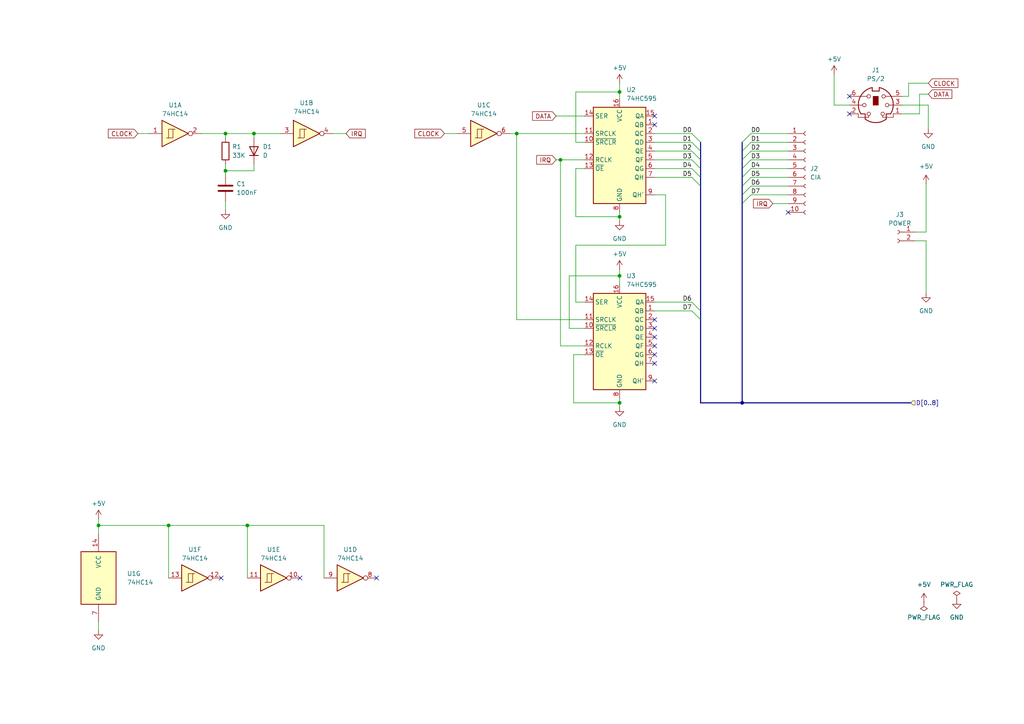
<source format=kicad_sch>
(kicad_sch (version 20230121) (generator eeschema)
  (paper "A4")
  (lib_symbols
    (symbol "74xx:74HC14" (pin_names (offset 1.016))
      (property "Reference" "U" (at 0 1.27 0))
      (property "Value" "74HC14" (at 0 -1.27 0))
      (symbol "74HC14_1_0"
        (polyline (pts (xy -3.81 3.81) (xy -3.81 -3.81) (xy 3.81 0) (xy -3.81 3.81)) (stroke (width 0.254)) (fill (type background)))
        (pin input line (at -7.62 0 0) (length 3.81) (name "~") (number "1"))
        (pin output inverted (at 7.62 0 180) (length 3.81) (name "~") (number "2"))
      )
      (symbol "74HC14_1_1"
        (polyline (pts (xy -1.905 -1.27) (xy -1.905 1.27) (xy -0.635 1.27)))
        (polyline (pts (xy -2.54 -1.27) (xy -0.635 -1.27) (xy -0.635 1.27) (xy 0 1.27)))
      )
      (symbol "74HC14_2_0"
        (polyline (pts (xy -3.81 3.81) (xy -3.81 -3.81) (xy 3.81 0) (xy -3.81 3.81)) (stroke (width 0.254)) (fill (type background)))
        (pin input line (at -7.62 0 0) (length 3.81) (name "~") (number "3"))
        (pin output inverted (at 7.62 0 180) (length 3.81) (name "~") (number "4"))
      )
      (symbol "74HC14_2_1"
        (polyline (pts (xy -1.905 -1.27) (xy -1.905 1.27) (xy -0.635 1.27)))
        (polyline (pts (xy -2.54 -1.27) (xy -0.635 -1.27) (xy -0.635 1.27) (xy 0 1.27)))
      )
      (symbol "74HC14_3_0"
        (polyline (pts (xy -3.81 3.81) (xy -3.81 -3.81) (xy 3.81 0) (xy -3.81 3.81)) (stroke (width 0.254)) (fill (type background)))
        (pin input line (at -7.62 0 0) (length 3.81) (name "~") (number "5"))
        (pin output inverted (at 7.62 0 180) (length 3.81) (name "~") (number "6"))
      )
      (symbol "74HC14_3_1"
        (polyline (pts (xy -1.905 -1.27) (xy -1.905 1.27) (xy -0.635 1.27)))
        (polyline (pts (xy -2.54 -1.27) (xy -0.635 -1.27) (xy -0.635 1.27) (xy 0 1.27)))
      )
      (symbol "74HC14_4_0"
        (polyline (pts (xy -3.81 3.81) (xy -3.81 -3.81) (xy 3.81 0) (xy -3.81 3.81)) (stroke (width 0.254)) (fill (type background)))
        (pin output inverted (at 7.62 0 180) (length 3.81) (name "~") (number "8"))
        (pin input line (at -7.62 0 0) (length 3.81) (name "~") (number "9"))
      )
      (symbol "74HC14_4_1"
        (polyline (pts (xy -1.905 -1.27) (xy -1.905 1.27) (xy -0.635 1.27)))
        (polyline (pts (xy -2.54 -1.27) (xy -0.635 -1.27) (xy -0.635 1.27) (xy 0 1.27)))
      )
      (symbol "74HC14_5_0"
        (polyline (pts (xy -3.81 3.81) (xy -3.81 -3.81) (xy 3.81 0) (xy -3.81 3.81)) (stroke (width 0.254)) (fill (type background)))
        (pin output inverted (at 7.62 0 180) (length 3.81) (name "~") (number "10"))
        (pin input line (at -7.62 0 0) (length 3.81) (name "~") (number "11"))
      )
      (symbol "74HC14_5_1"
        (polyline (pts (xy -1.905 -1.27) (xy -1.905 1.27) (xy -0.635 1.27)))
        (polyline (pts (xy -2.54 -1.27) (xy -0.635 -1.27) (xy -0.635 1.27) (xy 0 1.27)))
      )
      (symbol "74HC14_6_0"
        (polyline (pts (xy -3.81 3.81) (xy -3.81 -3.81) (xy 3.81 0) (xy -3.81 3.81)) (stroke (width 0.254)) (fill (type background)))
        (pin output inverted (at 7.62 0 180) (length 3.81) (name "~") (number "12"))
        (pin input line (at -7.62 0 0) (length 3.81) (name "~") (number "13"))
      )
      (symbol "74HC14_6_1"
        (polyline (pts (xy -1.905 -1.27) (xy -1.905 1.27) (xy -0.635 1.27)))
        (polyline (pts (xy -2.54 -1.27) (xy -0.635 -1.27) (xy -0.635 1.27) (xy 0 1.27)))
      )
      (symbol "74HC14_7_0"
        (pin power_in line (at 0 12.7 270) (length 5.08) (name "VCC") (number "14"))
        (pin power_in line (at 0 -12.7 90) (length 5.08) (name "GND") (number "7"))
      )
      (symbol "74HC14_7_1"
        (rectangle (start -5.08 7.62) (end 5.08 -7.62) (stroke (width 0.254)) (fill (type background)))
      )
    )
    (symbol "74xx:74HC595"
      (property "Reference" "U" (at -7.62 13.97 0))
      (property "Value" "74HC595" (at -7.62 -16.51 0))
      (symbol "74HC595_1_0"
        (pin tri_state line (at 10.16 7.62 180) (length 2.54) (name "QB") (number "1"))
        (pin input line (at -10.16 2.54 0) (length 2.54) (name "~{SRCLR}") (number "10"))
        (pin input line (at -10.16 5.08 0) (length 2.54) (name "SRCLK") (number "11"))
        (pin input line (at -10.16 -2.54 0) (length 2.54) (name "RCLK") (number "12"))
        (pin input line (at -10.16 -5.08 0) (length 2.54) (name "~{OE}") (number "13"))
        (pin input line (at -10.16 10.16 0) (length 2.54) (name "SER") (number "14"))
        (pin tri_state line (at 10.16 10.16 180) (length 2.54) (name "QA") (number "15"))
        (pin power_in line (at 0 15.24 270) (length 2.54) (name "VCC") (number "16"))
        (pin tri_state line (at 10.16 5.08 180) (length 2.54) (name "QC") (number "2"))
        (pin tri_state line (at 10.16 2.54 180) (length 2.54) (name "QD") (number "3"))
        (pin tri_state line (at 10.16 0 180) (length 2.54) (name "QE") (number "4"))
        (pin tri_state line (at 10.16 -2.54 180) (length 2.54) (name "QF") (number "5"))
        (pin tri_state line (at 10.16 -5.08 180) (length 2.54) (name "QG") (number "6"))
        (pin tri_state line (at 10.16 -7.62 180) (length 2.54) (name "QH") (number "7"))
        (pin power_in line (at 0 -17.78 90) (length 2.54) (name "GND") (number "8"))
        (pin output line (at 10.16 -12.7 180) (length 2.54) (name "QH'") (number "9"))
      )
      (symbol "74HC595_1_1"
        (rectangle (start -7.62 12.7) (end 7.62 -15.24) (stroke (width 0.254)) (fill (type background)))
      )
    )
    (symbol "Connector:Conn_01x02_Socket" (pin_names (offset 1.016) hide)
      (property "Reference" "J" (at 0 2.54 0))
      (property "Value" "Conn_01x02_Socket" (at 0 -5.08 0))
      (symbol "Conn_01x02_Socket_1_1"
        (arc (start 0 -2.032) (mid -0.5058 -2.54) (end 0 -3.048) (stroke (width 0.1524)))
        (polyline (pts (xy -1.27 -2.54) (xy -0.508 -2.54)) (stroke (width 0.1524)))
        (polyline (pts (xy -1.27 0) (xy -0.508 0)) (stroke (width 0.1524)))
        (arc (start 0 0.508) (mid -0.5058 0) (end 0 -0.508) (stroke (width 0.1524)))
        (pin passive line (at -5.08 0 0) (length 3.81) (name "Pin_1") (number "1"))
        (pin passive line (at -5.08 -2.54 0) (length 3.81) (name "Pin_2") (number "2"))
      )
    )
    (symbol "Connector:Conn_01x10_Socket" (pin_names (offset 1.016) hide)
      (property "Reference" "J" (at 0 12.7 0))
      (property "Value" "Conn_01x10_Socket" (at 0 -15.24 0))
      (symbol "Conn_01x10_Socket_1_1"
        (arc (start 0 -12.192) (mid -0.5058 -12.7) (end 0 -13.208) (stroke (width 0.1524)))
        (arc (start 0 -9.652) (mid -0.5058 -10.16) (end 0 -10.668) (stroke (width 0.1524)))
        (arc (start 0 -7.112) (mid -0.5058 -7.62) (end 0 -8.128) (stroke (width 0.1524)))
        (arc (start 0 -4.572) (mid -0.5058 -5.08) (end 0 -5.588) (stroke (width 0.1524)))
        (arc (start 0 -2.032) (mid -0.5058 -2.54) (end 0 -3.048) (stroke (width 0.1524)))
        (polyline (pts (xy -1.27 -12.7) (xy -0.508 -12.7)) (stroke (width 0.1524)))
        (polyline (pts (xy -1.27 -10.16) (xy -0.508 -10.16)) (stroke (width 0.1524)))
        (polyline (pts (xy -1.27 -7.62) (xy -0.508 -7.62)) (stroke (width 0.1524)))
        (polyline (pts (xy -1.27 -5.08) (xy -0.508 -5.08)) (stroke (width 0.1524)))
        (polyline (pts (xy -1.27 -2.54) (xy -0.508 -2.54)) (stroke (width 0.1524)))
        (polyline (pts (xy -1.27 0) (xy -0.508 0)) (stroke (width 0.1524)))
        (polyline (pts (xy -1.27 2.54) (xy -0.508 2.54)) (stroke (width 0.1524)))
        (polyline (pts (xy -1.27 5.08) (xy -0.508 5.08)) (stroke (width 0.1524)))
        (polyline (pts (xy -1.27 7.62) (xy -0.508 7.62)) (stroke (width 0.1524)))
        (polyline (pts (xy -1.27 10.16) (xy -0.508 10.16)) (stroke (width 0.1524)))
        (arc (start 0 0.508) (mid -0.5058 0) (end 0 -0.508) (stroke (width 0.1524)))
        (arc (start 0 3.048) (mid -0.5058 2.54) (end 0 2.032) (stroke (width 0.1524)))
        (arc (start 0 5.588) (mid -0.5058 5.08) (end 0 4.572) (stroke (width 0.1524)))
        (arc (start 0 8.128) (mid -0.5058 7.62) (end 0 7.112) (stroke (width 0.1524)))
        (arc (start 0 10.668) (mid -0.5058 10.16) (end 0 9.652) (stroke (width 0.1524)))
        (pin passive line (at -5.08 10.16 0) (length 3.81) (name "Pin_1") (number "1"))
        (pin passive line (at -5.08 -12.7 0) (length 3.81) (name "Pin_10") (number "10"))
        (pin passive line (at -5.08 7.62 0) (length 3.81) (name "Pin_2") (number "2"))
        (pin passive line (at -5.08 5.08 0) (length 3.81) (name "Pin_3") (number "3"))
        (pin passive line (at -5.08 2.54 0) (length 3.81) (name "Pin_4") (number "4"))
        (pin passive line (at -5.08 0 0) (length 3.81) (name "Pin_5") (number "5"))
        (pin passive line (at -5.08 -2.54 0) (length 3.81) (name "Pin_6") (number "6"))
        (pin passive line (at -5.08 -5.08 0) (length 3.81) (name "Pin_7") (number "7"))
        (pin passive line (at -5.08 -7.62 0) (length 3.81) (name "Pin_8") (number "8"))
        (pin passive line (at -5.08 -10.16 0) (length 3.81) (name "Pin_9") (number "9"))
      )
    )
    (symbol "Connector:Mini-DIN-6" (pin_names (offset 1.016))
      (property "Reference" "J" (at 0 6.35 0))
      (property "Value" "Mini-DIN-6" (at 0 -6.35 0))
      (symbol "Mini-DIN-6_0_1"
        (circle (center -3.302 0) (radius 0.508))
        (arc (start -3.048 -4.064) (mid 0 -5.08) (end 3.048 -4.064) (stroke (width 0.254)))
        (circle (center -2.032 -2.54) (radius 0.508))
        (circle (center -2.032 2.54) (radius 0.508))
        (arc (start -1.016 5.08) (mid -4.6228 2.1214) (end -4.318 -2.54) (stroke (width 0.254)))
        (rectangle (start -0.762 2.54) (end 0.762 0) (fill (type outline)))
        (polyline (pts (xy -3.81 0) (xy -5.08 0)))
        (polyline (pts (xy -2.54 2.54) (xy -5.08 2.54)))
        (polyline (pts (xy 2.794 2.54) (xy 5.08 2.54)))
        (polyline (pts (xy 5.08 0) (xy 3.81 0)))
        (polyline (pts (xy -4.318 -2.54) (xy -3.048 -2.54) (xy -3.048 -4.064)) (stroke (width 0.254)))
        (polyline (pts (xy 4.318 -2.54) (xy 3.048 -2.54) (xy 3.048 -4.064)) (stroke (width 0.254)))
        (polyline (pts (xy -2.032 -3.048) (xy -2.032 -3.556) (xy -5.08 -3.556) (xy -5.08 -2.54)))
        (polyline (pts (xy -1.016 5.08) (xy -1.016 4.064) (xy 1.016 4.064) (xy 1.016 5.08)) (stroke (width 0.254)))
        (polyline (pts (xy 2.032 -3.048) (xy 2.032 -3.556) (xy 5.08 -3.556) (xy 5.08 -2.54)))
        (circle (center 2.032 -2.54) (radius 0.508))
        (circle (center 2.286 2.54) (radius 0.508))
        (circle (center 3.302 0) (radius 0.508))
        (arc (start 4.318 -2.54) (mid 4.6661 2.1322) (end 1.016 5.08) (stroke (width 0.254)))
      )
      (symbol "Mini-DIN-6_1_1"
        (pin passive line (at 7.62 -2.54 180) (length 2.54) (name "~") (number "1"))
        (pin passive line (at -7.62 -2.54 0) (length 2.54) (name "~") (number "2"))
        (pin passive line (at 7.62 0 180) (length 2.54) (name "~") (number "3"))
        (pin passive line (at -7.62 0 0) (length 2.54) (name "~") (number "4"))
        (pin passive line (at 7.62 2.54 180) (length 2.54) (name "~") (number "5"))
        (pin passive line (at -7.62 2.54 0) (length 2.54) (name "~") (number "6"))
      )
    )
    (symbol "Device:C" (pin_numbers hide) (pin_names (offset 0.254))
      (property "Reference" "C" (at 0.635 2.54 0))
      (property "Value" "C" (at 0.635 -2.54 0))
      (symbol "C_0_1"
        (polyline (pts (xy -2.032 -0.762) (xy 2.032 -0.762)) (stroke (width 0.508)))
        (polyline (pts (xy -2.032 0.762) (xy 2.032 0.762)) (stroke (width 0.508)))
      )
      (symbol "C_1_1"
        (pin passive line (at 0 3.81 270) (length 2.794) (name "~") (number "1"))
        (pin passive line (at 0 -3.81 90) (length 2.794) (name "~") (number "2"))
      )
    )
    (symbol "Device:D" (pin_numbers hide) (pin_names (offset 1.016) hide)
      (property "Reference" "D" (at 0 2.54 0))
      (property "Value" "D" (at 0 -2.54 0))
      (symbol "D_0_1"
        (polyline (pts (xy -1.27 1.27) (xy -1.27 -1.27)) (stroke (width 0.254)))
        (polyline (pts (xy 1.27 0) (xy -1.27 0)))
        (polyline (pts (xy 1.27 1.27) (xy 1.27 -1.27) (xy -1.27 0) (xy 1.27 1.27)) (stroke (width 0.254)))
      )
      (symbol "D_1_1"
        (pin passive line (at -3.81 0 0) (length 2.54) (name "K") (number "1"))
        (pin passive line (at 3.81 0 180) (length 2.54) (name "A") (number "2"))
      )
    )
    (symbol "Device:R" (pin_numbers hide) (pin_names (offset 0))
      (property "Reference" "R" (at 2.032 0 90))
      (property "Value" "R" (at 0 0 90))
      (symbol "R_0_1"
        (rectangle (start -1.016 -2.54) (end 1.016 2.54) (stroke (width 0.254)))
      )
      (symbol "R_1_1"
        (pin passive line (at 0 3.81 270) (length 1.27) (name "~") (number "1"))
        (pin passive line (at 0 -3.81 90) (length 1.27) (name "~") (number "2"))
      )
    )
    (symbol "power:+5V" (power) (pin_names (offset 0))
      (property "Value" "+5V" (at 0 3.556 0))
      (symbol "+5V_0_1"
        (polyline (pts (xy -0.762 1.27) (xy 0 2.54)))
        (polyline (pts (xy 0 0) (xy 0 2.54)))
        (polyline (pts (xy 0 2.54) (xy 0.762 1.27)))
      )
      (symbol "+5V_1_1"
        (pin power_in line (at 0 0 90) (length 0) hide (name "+5V") (number "1"))
      )
    )
    (symbol "power:GND" (power) (pin_names (offset 0))
      (property "Value" "GND" (at 0 -3.81 0))
      (symbol "GND_0_1"
        (polyline (pts (xy 0 0) (xy 0 -1.27) (xy 1.27 -1.27) (xy 0 -2.54) (xy -1.27 -1.27) (xy 0 -1.27)))
      )
      (symbol "GND_1_1"
        (pin power_in line (at 0 0 270) (length 0) hide (name "GND") (number "1"))
      )
    )
    (symbol "power:PWR_FLAG" (power) (pin_numbers hide) (pin_names (offset 0) hide)
      (property "Value" "PWR_FLAG" (at 0 3.81 0))
      (symbol "PWR_FLAG_0_0"
        (pin power_out line (at 0 0 90) (length 0) (name "pwr") (number "1"))
      )
      (symbol "PWR_FLAG_0_1"
        (polyline (pts (xy 0 0) (xy 0 1.27) (xy -1.016 1.905) (xy 0 2.54) (xy 1.016 1.905) (xy 0 1.27)))
      )
    )
  )
  (junction (at 73.66 38.735))
  (junction (at 215.265 116.84))
  (junction (at 149.86 38.735))
  (junction (at 179.705 116.84))
  (junction (at 179.705 26.67))
  (junction (at 65.405 38.735))
  (junction (at 162.56 46.355))
  (junction (at 28.575 152.4))
  (junction (at 48.895 152.4))
  (junction (at 179.705 62.865))
  (junction (at 179.705 80.01))
  (junction (at 65.405 49.53))
  (junction (at 71.755 152.4))
  (no_connect (at 246.38 33.02))
  (no_connect (at 189.865 97.79))
  (no_connect (at 189.865 36.195))
  (no_connect (at 228.6 61.595))
  (no_connect (at 189.865 105.41))
  (no_connect (at 189.865 92.71))
  (no_connect (at 189.865 95.25))
  (no_connect (at 189.865 100.33))
  (no_connect (at 189.865 33.655))
  (no_connect (at 189.865 102.87))
  (no_connect (at 189.865 110.49))
  (no_connect (at 86.995 167.64))
  (no_connect (at 64.135 167.64))
  (no_connect (at 109.22 167.64))
  (no_connect (at 246.38 27.94))
  (bus_entry (at 215.265 43.815) (size 2.54 -2.54))
  (bus_entry (at 200.66 46.355) (size 2.54 2.54))
  (bus_entry (at 200.66 51.435) (size 2.54 2.54))
  (bus_entry (at 200.66 87.63) (size 2.54 2.54))
  (bus_entry (at 200.66 48.895) (size 2.54 2.54))
  (bus_entry (at 200.66 38.735) (size 2.54 2.54))
  (bus_entry (at 215.265 59.055) (size 2.54 -2.54))
  (bus_entry (at 215.265 51.435) (size 2.54 -2.54))
  (bus_entry (at 215.265 48.895) (size 2.54 -2.54))
  (bus_entry (at 200.66 41.275) (size 2.54 2.54))
  (bus_entry (at 215.265 46.355) (size 2.54 -2.54))
  (bus_entry (at 200.66 43.815) (size 2.54 2.54))
  (bus_entry (at 200.66 90.17) (size 2.54 2.54))
  (bus_entry (at 215.265 41.275) (size 2.54 -2.54))
  (bus_entry (at 215.265 56.515) (size 2.54 -2.54))
  (bus_entry (at 215.265 53.975) (size 2.54 -2.54))
  (wire (pts (xy 28.575 152.4) (xy 48.895 152.4)))
  (wire (pts (xy 217.805 48.895) (xy 228.6 48.895)))
  (wire (pts (xy 149.86 92.71) (xy 169.545 92.71)))
  (wire (pts (xy 169.545 95.25) (xy 165.1 95.25)))
  (wire (pts (xy 189.865 43.815) (xy 200.66 43.815)))
  (bus (pts (xy 203.2 41.275) (xy 203.2 43.815)))
  (wire (pts (xy 73.66 38.735) (xy 81.28 38.735)))
  (wire (pts (xy 73.66 49.53) (xy 73.66 47.625)))
  (wire (pts (xy 217.805 51.435) (xy 228.6 51.435)))
  (wire (pts (xy 261.62 30.48) (xy 269.24 30.48)))
  (wire (pts (xy 179.705 78.105) (xy 179.705 80.01)))
  (wire (pts (xy 269.24 30.48) (xy 269.24 37.465)))
  (wire (pts (xy 167.005 62.865) (xy 179.705 62.865)))
  (wire (pts (xy 73.66 38.735) (xy 73.66 40.005)))
  (wire (pts (xy 65.405 38.735) (xy 73.66 38.735)))
  (wire (pts (xy 48.895 152.4) (xy 48.895 167.64)))
  (wire (pts (xy 261.62 33.02) (xy 266.7 33.02)))
  (wire (pts (xy 162.56 46.355) (xy 162.56 100.33)))
  (wire (pts (xy 217.805 43.815) (xy 228.6 43.815)))
  (wire (pts (xy 149.86 38.735) (xy 169.545 38.735)))
  (wire (pts (xy 167.005 71.12) (xy 167.005 87.63)))
  (wire (pts (xy 217.805 41.275) (xy 228.6 41.275)))
  (wire (pts (xy 179.705 61.595) (xy 179.705 62.865)))
  (wire (pts (xy 189.865 46.355) (xy 200.66 46.355)))
  (wire (pts (xy 269.24 24.13) (xy 263.525 24.13)))
  (bus (pts (xy 215.265 59.055) (xy 215.265 116.84)))
  (wire (pts (xy 189.865 90.17) (xy 200.66 90.17)))
  (wire (pts (xy 167.005 48.895) (xy 167.005 62.865)))
  (bus (pts (xy 203.2 90.17) (xy 203.2 92.71)))
  (wire (pts (xy 224.155 59.055) (xy 228.6 59.055)))
  (bus (pts (xy 203.2 92.71) (xy 203.2 116.84)))
  (wire (pts (xy 179.705 80.01) (xy 179.705 82.55)))
  (wire (pts (xy 241.935 21.59) (xy 241.935 30.48)))
  (wire (pts (xy 217.805 53.975) (xy 228.6 53.975)))
  (wire (pts (xy 48.895 152.4) (xy 71.755 152.4)))
  (wire (pts (xy 58.42 38.735) (xy 65.405 38.735)))
  (bus (pts (xy 203.2 48.895) (xy 203.2 51.435)))
  (bus (pts (xy 203.2 46.355) (xy 203.2 48.895)))
  (wire (pts (xy 28.575 152.4) (xy 28.575 154.94)))
  (wire (pts (xy 65.405 58.42) (xy 65.405 60.96)))
  (wire (pts (xy 65.405 49.53) (xy 73.66 49.53)))
  (wire (pts (xy 169.545 102.87) (xy 166.37 102.87)))
  (wire (pts (xy 71.755 152.4) (xy 93.98 152.4)))
  (wire (pts (xy 147.955 38.735) (xy 149.86 38.735)))
  (wire (pts (xy 65.405 49.53) (xy 65.405 50.8)))
  (wire (pts (xy 166.37 116.84) (xy 179.705 116.84)))
  (bus (pts (xy 215.265 116.84) (xy 264.16 116.84)))
  (wire (pts (xy 161.29 33.655) (xy 169.545 33.655)))
  (wire (pts (xy 179.705 26.67) (xy 179.705 28.575)))
  (wire (pts (xy 189.865 56.515) (xy 193.04 56.515)))
  (wire (pts (xy 165.1 95.25) (xy 165.1 80.01)))
  (bus (pts (xy 215.265 41.275) (xy 215.265 43.815)))
  (wire (pts (xy 179.705 116.84) (xy 179.705 118.11)))
  (bus (pts (xy 215.265 51.435) (xy 215.265 53.975)))
  (wire (pts (xy 161.29 46.355) (xy 162.56 46.355)))
  (wire (pts (xy 193.04 71.12) (xy 167.005 71.12)))
  (wire (pts (xy 167.005 41.275) (xy 167.005 26.67)))
  (wire (pts (xy 169.545 48.895) (xy 167.005 48.895)))
  (wire (pts (xy 217.805 46.355) (xy 228.6 46.355)))
  (wire (pts (xy 193.04 56.515) (xy 193.04 71.12)))
  (wire (pts (xy 40.005 38.735) (xy 43.18 38.735)))
  (wire (pts (xy 189.865 87.63) (xy 200.66 87.63)))
  (wire (pts (xy 189.865 48.895) (xy 200.66 48.895)))
  (wire (pts (xy 266.7 27.305) (xy 266.7 33.02)))
  (bus (pts (xy 215.265 46.355) (xy 215.265 48.895)))
  (wire (pts (xy 162.56 100.33) (xy 169.545 100.33)))
  (wire (pts (xy 217.805 38.735) (xy 228.6 38.735)))
  (wire (pts (xy 167.005 26.67) (xy 179.705 26.67)))
  (bus (pts (xy 215.265 43.815) (xy 215.265 46.355)))
  (wire (pts (xy 268.605 69.85) (xy 268.605 85.09)))
  (wire (pts (xy 179.705 62.865) (xy 179.705 64.135)))
  (wire (pts (xy 166.37 102.87) (xy 166.37 116.84)))
  (wire (pts (xy 217.805 56.515) (xy 228.6 56.515)))
  (wire (pts (xy 165.1 80.01) (xy 179.705 80.01)))
  (wire (pts (xy 268.605 53.34) (xy 268.605 67.31)))
  (wire (pts (xy 28.575 150.495) (xy 28.575 152.4)))
  (wire (pts (xy 167.005 87.63) (xy 169.545 87.63)))
  (bus (pts (xy 215.265 48.895) (xy 215.265 51.435)))
  (wire (pts (xy 162.56 46.355) (xy 169.545 46.355)))
  (wire (pts (xy 149.86 38.735) (xy 149.86 92.71)))
  (wire (pts (xy 179.705 24.13) (xy 179.705 26.67)))
  (bus (pts (xy 215.265 56.515) (xy 215.265 59.055)))
  (bus (pts (xy 203.2 43.815) (xy 203.2 46.355)))
  (wire (pts (xy 189.865 51.435) (xy 200.66 51.435)))
  (wire (pts (xy 246.38 30.48) (xy 241.935 30.48)))
  (wire (pts (xy 65.405 38.735) (xy 65.405 40.005)))
  (wire (pts (xy 96.52 38.735) (xy 100.33 38.735)))
  (bus (pts (xy 215.265 53.975) (xy 215.265 56.515)))
  (wire (pts (xy 265.43 69.85) (xy 268.605 69.85)))
  (wire (pts (xy 189.865 38.735) (xy 200.66 38.735)))
  (wire (pts (xy 93.98 152.4) (xy 93.98 167.64)))
  (wire (pts (xy 169.545 41.275) (xy 167.005 41.275)))
  (wire (pts (xy 263.525 27.94) (xy 261.62 27.94)))
  (wire (pts (xy 65.405 47.625) (xy 65.405 49.53)))
  (wire (pts (xy 71.755 152.4) (xy 71.755 167.64)))
  (bus (pts (xy 203.2 116.84) (xy 215.265 116.84)))
  (wire (pts (xy 28.575 180.34) (xy 28.575 182.88)))
  (wire (pts (xy 266.7 27.305) (xy 269.24 27.305)))
  (wire (pts (xy 128.905 38.735) (xy 132.715 38.735)))
  (bus (pts (xy 203.2 53.975) (xy 203.2 90.17)))
  (wire (pts (xy 179.705 115.57) (xy 179.705 116.84)))
  (wire (pts (xy 268.605 67.31) (xy 265.43 67.31)))
  (wire (pts (xy 263.525 24.13) (xy 263.525 27.94)))
  (bus (pts (xy 203.2 51.435) (xy 203.2 53.975)))
  (wire (pts (xy 189.865 41.275) (xy 200.66 41.275)))
  (label "D2" (at 217.805 43.815 0))
  (label "D4" (at 217.805 48.895 0))
  (label "D0" (at 200.66 38.735 180))
  (label "D4" (at 200.66 48.895 180))
  (label "D6" (at 200.66 87.63 180))
  (label "D5" (at 200.66 51.435 180))
  (label "D1" (at 217.805 41.275 0))
  (label "D3" (at 217.805 46.355 0))
  (label "D5" (at 217.805 51.435 0))
  (label "D0" (at 217.805 38.735 0))
  (label "D1" (at 200.66 41.275 180))
  (label "D6" (at 217.805 53.975 0))
  (label "D3" (at 200.66 46.355 180))
  (label "D2" (at 200.66 43.815 180))
  (label "D7" (at 217.805 56.515 0))
  (label "D7" (at 200.66 90.17 180))
  (global_label "CLOCK" (shape input) (at 269.24 24.13 0) (property "Intersheetrefs" "${INTERSHEET_REFS}" (effects hide)))
  (global_label "CLOCK" (shape input) (at 40.005 38.735 180) (property "Intersheetrefs" "${INTERSHEET_REFS}" (effects hide)))
  (global_label "DATA" (shape input) (at 269.24 27.305 0) (property "Intersheetrefs" "${INTERSHEET_REFS}" (effects hide)))
  (global_label "DATA" (shape input) (at 161.29 33.655 180) (property "Intersheetrefs" "${INTERSHEET_REFS}" (effects hide)))
  (global_label "IRQ" (shape input) (at 100.33 38.735 0) (property "Intersheetrefs" "${INTERSHEET_REFS}" (effects hide)))
  (global_label "CLOCK" (shape input) (at 128.905 38.735 180) (property "Intersheetrefs" "${INTERSHEET_REFS}" (effects hide)))
  (global_label "IRQ" (shape input) (at 224.155 59.055 180) (property "Intersheetrefs" "${INTERSHEET_REFS}" (effects hide)))
  (global_label "IRQ" (shape input) (at 161.29 46.355 180) (property "Intersheetrefs" "${INTERSHEET_REFS}" (effects hide)))
  (hierarchical_label "D[0..8]" (shape input) (at 264.16 116.84 0))
  (symbol (lib_id "power:PWR_FLAG") (at 267.97 174.625 180) (unit 1)
    (property "Reference" "#FLG01" (effects hide))
    (property "Value" "PWR_FLAG" (at 267.97 179.07 0))
  )
  (symbol (lib_id "74xx:74HC14") (at 88.9 38.735 0) (unit 2)
    (property "Reference" "U1" (at 88.9 29.845 0))
    (property "Value" "74HC14" (at 88.9 32.385 0))
    (property "Footprint" "Package_DIP:DIP-14_W7.62mm" (effects hide))
    (property "Datasheet" "http://www.ti.com/lit/gpn/sn74HC14" (effects hide))
  )
  (symbol (lib_id "Device:R") (at 65.405 43.815 0) (unit 1)
    (property "Reference" "R1" (at 67.31 42.545 0) (effects (justify left)))
    (property "Value" "33K" (at 67.31 45.085 0) (effects (justify left)))
    (property "Footprint" "Resistor_THT:R_Axial_DIN0309_L9.0mm_D3.2mm_P12.70mm_Horizontal" (effects hide))
  )
  (symbol (lib_id "74xx:74HC14") (at 79.375 167.64 0) (unit 5)
    (property "Reference" "U1" (at 79.375 159.385 0))
    (property "Value" "74HC14" (at 79.375 161.925 0))
    (property "Footprint" "Package_DIP:DIP-14_W7.62mm" (effects hide))
    (property "Datasheet" "http://www.ti.com/lit/gpn/sn74HC14" (effects hide))
  )
  (symbol (lib_id "power:GND") (at 277.495 173.99 0) (unit 1)
    (property "Reference" "#PWR013" (effects hide))
    (property "Value" "GND" (at 277.495 179.07 0))
  )
  (symbol (lib_id "power:GND") (at 268.605 85.09 0) (unit 1)
    (property "Reference" "#PWR011" (effects hide))
    (property "Value" "GND" (at 268.605 90.17 0))
  )
  (symbol (lib_id "74xx:74HC14") (at 101.6 167.64 0) (unit 4)
    (property "Reference" "U1" (at 101.6 159.385 0))
    (property "Value" "74HC14" (at 101.6 161.925 0))
    (property "Footprint" "Package_DIP:DIP-14_W7.62mm" (effects hide))
    (property "Datasheet" "http://www.ti.com/lit/gpn/sn74HC14" (effects hide))
  )
  (symbol (lib_id "power:+5V") (at 28.575 150.495 0) (unit 1)
    (property "Reference" "#PWR03" (effects hide))
    (property "Value" "+5V" (at 28.575 146.05 0))
  )
  (symbol (lib_id "power:GND") (at 28.575 182.88 0) (unit 1)
    (property "Reference" "#PWR01" (effects hide))
    (property "Value" "GND" (at 28.575 187.96 0))
  )
  (symbol (lib_id "power:+5V") (at 268.605 53.34 0) (unit 1)
    (property "Reference" "#PWR010" (effects hide))
    (property "Value" "+5V" (at 268.605 48.26 0))
  )
  (symbol (lib_id "Connector:Conn_01x02_Socket") (at 260.35 67.31 0) (mirror y) (unit 1)
    (property "Reference" "J3" (at 260.985 62.23 0))
    (property "Value" "POWER" (at 260.985 64.77 0))
    (property "Footprint" "Connector_PinSocket_2.54mm:PinSocket_1x02_P2.54mm_Vertical" (effects hide))
  )
  (symbol (lib_id "power:GND") (at 269.24 37.465 0) (unit 1)
    (property "Reference" "#PWR04" (effects hide))
    (property "Value" "GND" (at 269.24 42.545 0))
  )
  (symbol (lib_id "power:+5V") (at 179.705 78.105 0) (unit 1)
    (property "Reference" "#PWR07" (effects hide))
    (property "Value" "+5V" (at 179.705 73.66 0))
  )
  (symbol (lib_id "74xx:74HC595") (at 179.705 97.79 0) (unit 1)
    (property "Reference" "U3" (at 181.6609 80.01 0) (effects (justify left)))
    (property "Value" "74HC595" (at 181.6609 82.55 0) (effects (justify left)))
    (property "Footprint" "Package_DIP:DIP-16_W7.62mm" (effects hide))
    (property "Datasheet" "http://www.ti.com/lit/ds/symlink/sn74hc595.pdf" (effects hide))
  )
  (symbol (lib_id "power:+5V") (at 179.705 24.13 0) (unit 1)
    (property "Reference" "#PWR06" (effects hide))
    (property "Value" "+5V" (at 179.705 19.685 0))
  )
  (symbol (lib_id "74xx:74HC14") (at 140.335 38.735 0) (unit 3)
    (property "Reference" "U1" (at 140.335 30.48 0))
    (property "Value" "74HC14" (at 140.335 33.02 0))
    (property "Footprint" "Package_DIP:DIP-14_W7.62mm" (effects hide))
    (property "Datasheet" "http://www.ti.com/lit/gpn/sn74HC14" (effects hide))
  )
  (symbol (lib_id "Connector:Mini-DIN-6") (at 254 30.48 0) (unit 1)
    (property "Reference" "J1" (at 254.0177 20.32 0))
    (property "Value" "PS/2" (at 254.0177 22.86 0))
    (property "Footprint" "Connector_MiniDIN:Mini_din6" (effects hide))
    (property "Datasheet" "http://service.powerdynamics.com/ec/Catalog17/Section%2011.pdf" (effects hide))
  )
  (symbol (lib_id "power:GND") (at 179.705 118.11 0) (unit 1)
    (property "Reference" "#PWR09" (effects hide))
    (property "Value" "GND" (at 179.705 123.19 0))
  )
  (symbol (lib_id "power:+5V") (at 267.97 174.625 0) (unit 1)
    (property "Reference" "#PWR012" (effects hide))
    (property "Value" "+5V" (at 267.97 169.545 0))
  )
  (symbol (lib_id "Device:D") (at 73.66 43.815 90) (unit 1)
    (property "Reference" "D1" (at 76.2 42.545 90) (effects (justify right)))
    (property "Value" "D" (at 76.2 45.085 90) (effects (justify right)))
    (property "Footprint" "Diode_THT:D_A-405_P10.16mm_Horizontal" (effects hide))
    (property "Sim.Device" "D" (effects hide))
    (property "Sim.Pins" "1=K 2=A" (effects hide))
  )
  (symbol (lib_id "74xx:74HC14") (at 56.515 167.64 0) (unit 6)
    (property "Reference" "U1" (at 56.515 159.385 0))
    (property "Value" "74HC14" (at 56.515 161.925 0))
    (property "Footprint" "Package_DIP:DIP-14_W7.62mm" (effects hide))
    (property "Datasheet" "http://www.ti.com/lit/gpn/sn74HC14" (effects hide))
  )
  (symbol (lib_id "power:PWR_FLAG") (at 277.495 173.99 0) (unit 1)
    (property "Reference" "#FLG02" (effects hide))
    (property "Value" "PWR_FLAG" (at 277.495 169.545 0))
  )
  (symbol (lib_id "power:GND") (at 65.405 60.96 0) (unit 1)
    (property "Reference" "#PWR02" (effects hide))
    (property "Value" "GND" (at 65.405 66.04 0))
  )
  (symbol (lib_id "74xx:74HC595") (at 179.705 43.815 0) (unit 1)
    (property "Reference" "U2" (at 181.6609 26.035 0) (effects (justify left)))
    (property "Value" "74HC595" (at 181.6609 28.575 0) (effects (justify left)))
    (property "Footprint" "Package_DIP:DIP-16_W7.62mm" (effects hide))
    (property "Datasheet" "http://www.ti.com/lit/ds/symlink/sn74hc595.pdf" (effects hide))
  )
  (symbol (lib_id "power:GND") (at 179.705 64.135 0) (unit 1)
    (property "Reference" "#PWR08" (effects hide))
    (property "Value" "GND" (at 179.705 69.215 0))
  )
  (symbol (lib_id "power:+5V") (at 241.935 21.59 0) (unit 1)
    (property "Reference" "#PWR05" (effects hide))
    (property "Value" "+5V" (at 241.935 17.145 0))
  )
  (symbol (lib_id "74xx:74HC14") (at 28.575 167.64 0) (unit 7)
    (property "Reference" "U1" (at 36.83 166.37 0) (effects (justify left)))
    (property "Value" "74HC14" (at 36.83 168.91 0) (effects (justify left)))
    (property "Footprint" "Package_DIP:DIP-14_W7.62mm" (effects hide))
    (property "Datasheet" "http://www.ti.com/lit/gpn/sn74HC14" (effects hide))
  )
  (symbol (lib_id "74xx:74HC14") (at 50.8 38.735 0) (unit 1)
    (property "Reference" "U1" (at 50.8 30.48 0))
    (property "Value" "74HC14" (at 50.8 33.02 0))
    (property "Footprint" "Package_DIP:DIP-14_W7.62mm" (effects hide))
    (property "Datasheet" "http://www.ti.com/lit/gpn/sn74HC14" (effects hide))
  )
  (symbol (lib_id "Device:C") (at 65.405 54.61 0) (unit 1)
    (property "Reference" "C1" (at 68.58 53.34 0) (effects (justify left)))
    (property "Value" "100nF" (at 68.58 55.88 0) (effects (justify left)))
    (property "Footprint" "Capacitor_THT:C_Disc_D5.0mm_W2.5mm_P2.50mm" (effects hide))
  )
  (symbol (lib_id "Connector:Conn_01x10_Socket") (at 233.68 48.895 0) (unit 1)
    (property "Reference" "J2" (at 234.95 48.895 0) (effects (justify left)))
    (property "Value" "CIA" (at 234.95 51.435 0) (effects (justify left)))
    (property "Footprint" "Connector_PinSocket_2.54mm:PinSocket_1x10_P2.54mm_Vertical" (effects hide))
  )
)
</source>
